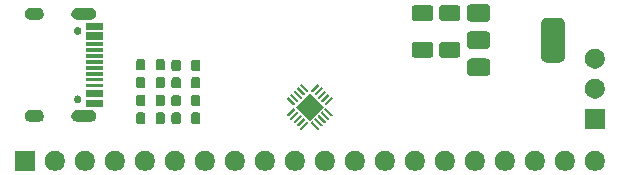
<source format=gts>
G04 #@! TF.GenerationSoftware,KiCad,Pcbnew,9.0.3*
G04 #@! TF.CreationDate,2025-08-03T15:25:39-04:00*
G04 #@! TF.ProjectId,CH32V003F4U6,43483332-5630-4303-9346-3455362e6b69,rev?*
G04 #@! TF.SameCoordinates,Original*
G04 #@! TF.FileFunction,Soldermask,Top*
G04 #@! TF.FilePolarity,Negative*
%FSLAX46Y46*%
G04 Gerber Fmt 4.6, Leading zero omitted, Abs format (unit mm)*
G04 Created by KiCad (PCBNEW 9.0.3) date 2025-08-03 15:25:39*
%MOMM*%
%LPD*%
G01*
G04 APERTURE LIST*
G04 APERTURE END LIST*
G36*
X129882000Y-128866000D02*
G01*
X128182000Y-128866000D01*
X128182000Y-127166000D01*
X129882000Y-127166000D01*
X129882000Y-128866000D01*
G37*
G36*
X131818742Y-127202601D02*
G01*
X131972687Y-127266367D01*
X132111234Y-127358941D01*
X132229059Y-127476766D01*
X132321633Y-127615313D01*
X132385399Y-127769258D01*
X132417907Y-127932685D01*
X132417907Y-128099315D01*
X132385399Y-128262742D01*
X132321633Y-128416687D01*
X132229059Y-128555234D01*
X132111234Y-128673059D01*
X131972687Y-128765633D01*
X131818742Y-128829399D01*
X131655315Y-128861907D01*
X131488685Y-128861907D01*
X131325258Y-128829399D01*
X131171313Y-128765633D01*
X131032766Y-128673059D01*
X130914941Y-128555234D01*
X130822367Y-128416687D01*
X130758601Y-128262742D01*
X130726093Y-128099315D01*
X130726093Y-127932685D01*
X130758601Y-127769258D01*
X130822367Y-127615313D01*
X130914941Y-127476766D01*
X131032766Y-127358941D01*
X131171313Y-127266367D01*
X131325258Y-127202601D01*
X131488685Y-127170093D01*
X131655315Y-127170093D01*
X131818742Y-127202601D01*
G37*
G36*
X134358742Y-127202601D02*
G01*
X134512687Y-127266367D01*
X134651234Y-127358941D01*
X134769059Y-127476766D01*
X134861633Y-127615313D01*
X134925399Y-127769258D01*
X134957907Y-127932685D01*
X134957907Y-128099315D01*
X134925399Y-128262742D01*
X134861633Y-128416687D01*
X134769059Y-128555234D01*
X134651234Y-128673059D01*
X134512687Y-128765633D01*
X134358742Y-128829399D01*
X134195315Y-128861907D01*
X134028685Y-128861907D01*
X133865258Y-128829399D01*
X133711313Y-128765633D01*
X133572766Y-128673059D01*
X133454941Y-128555234D01*
X133362367Y-128416687D01*
X133298601Y-128262742D01*
X133266093Y-128099315D01*
X133266093Y-127932685D01*
X133298601Y-127769258D01*
X133362367Y-127615313D01*
X133454941Y-127476766D01*
X133572766Y-127358941D01*
X133711313Y-127266367D01*
X133865258Y-127202601D01*
X134028685Y-127170093D01*
X134195315Y-127170093D01*
X134358742Y-127202601D01*
G37*
G36*
X136898742Y-127202601D02*
G01*
X137052687Y-127266367D01*
X137191234Y-127358941D01*
X137309059Y-127476766D01*
X137401633Y-127615313D01*
X137465399Y-127769258D01*
X137497907Y-127932685D01*
X137497907Y-128099315D01*
X137465399Y-128262742D01*
X137401633Y-128416687D01*
X137309059Y-128555234D01*
X137191234Y-128673059D01*
X137052687Y-128765633D01*
X136898742Y-128829399D01*
X136735315Y-128861907D01*
X136568685Y-128861907D01*
X136405258Y-128829399D01*
X136251313Y-128765633D01*
X136112766Y-128673059D01*
X135994941Y-128555234D01*
X135902367Y-128416687D01*
X135838601Y-128262742D01*
X135806093Y-128099315D01*
X135806093Y-127932685D01*
X135838601Y-127769258D01*
X135902367Y-127615313D01*
X135994941Y-127476766D01*
X136112766Y-127358941D01*
X136251313Y-127266367D01*
X136405258Y-127202601D01*
X136568685Y-127170093D01*
X136735315Y-127170093D01*
X136898742Y-127202601D01*
G37*
G36*
X139438742Y-127202601D02*
G01*
X139592687Y-127266367D01*
X139731234Y-127358941D01*
X139849059Y-127476766D01*
X139941633Y-127615313D01*
X140005399Y-127769258D01*
X140037907Y-127932685D01*
X140037907Y-128099315D01*
X140005399Y-128262742D01*
X139941633Y-128416687D01*
X139849059Y-128555234D01*
X139731234Y-128673059D01*
X139592687Y-128765633D01*
X139438742Y-128829399D01*
X139275315Y-128861907D01*
X139108685Y-128861907D01*
X138945258Y-128829399D01*
X138791313Y-128765633D01*
X138652766Y-128673059D01*
X138534941Y-128555234D01*
X138442367Y-128416687D01*
X138378601Y-128262742D01*
X138346093Y-128099315D01*
X138346093Y-127932685D01*
X138378601Y-127769258D01*
X138442367Y-127615313D01*
X138534941Y-127476766D01*
X138652766Y-127358941D01*
X138791313Y-127266367D01*
X138945258Y-127202601D01*
X139108685Y-127170093D01*
X139275315Y-127170093D01*
X139438742Y-127202601D01*
G37*
G36*
X141978742Y-127202601D02*
G01*
X142132687Y-127266367D01*
X142271234Y-127358941D01*
X142389059Y-127476766D01*
X142481633Y-127615313D01*
X142545399Y-127769258D01*
X142577907Y-127932685D01*
X142577907Y-128099315D01*
X142545399Y-128262742D01*
X142481633Y-128416687D01*
X142389059Y-128555234D01*
X142271234Y-128673059D01*
X142132687Y-128765633D01*
X141978742Y-128829399D01*
X141815315Y-128861907D01*
X141648685Y-128861907D01*
X141485258Y-128829399D01*
X141331313Y-128765633D01*
X141192766Y-128673059D01*
X141074941Y-128555234D01*
X140982367Y-128416687D01*
X140918601Y-128262742D01*
X140886093Y-128099315D01*
X140886093Y-127932685D01*
X140918601Y-127769258D01*
X140982367Y-127615313D01*
X141074941Y-127476766D01*
X141192766Y-127358941D01*
X141331313Y-127266367D01*
X141485258Y-127202601D01*
X141648685Y-127170093D01*
X141815315Y-127170093D01*
X141978742Y-127202601D01*
G37*
G36*
X144518742Y-127202601D02*
G01*
X144672687Y-127266367D01*
X144811234Y-127358941D01*
X144929059Y-127476766D01*
X145021633Y-127615313D01*
X145085399Y-127769258D01*
X145117907Y-127932685D01*
X145117907Y-128099315D01*
X145085399Y-128262742D01*
X145021633Y-128416687D01*
X144929059Y-128555234D01*
X144811234Y-128673059D01*
X144672687Y-128765633D01*
X144518742Y-128829399D01*
X144355315Y-128861907D01*
X144188685Y-128861907D01*
X144025258Y-128829399D01*
X143871313Y-128765633D01*
X143732766Y-128673059D01*
X143614941Y-128555234D01*
X143522367Y-128416687D01*
X143458601Y-128262742D01*
X143426093Y-128099315D01*
X143426093Y-127932685D01*
X143458601Y-127769258D01*
X143522367Y-127615313D01*
X143614941Y-127476766D01*
X143732766Y-127358941D01*
X143871313Y-127266367D01*
X144025258Y-127202601D01*
X144188685Y-127170093D01*
X144355315Y-127170093D01*
X144518742Y-127202601D01*
G37*
G36*
X147058742Y-127202601D02*
G01*
X147212687Y-127266367D01*
X147351234Y-127358941D01*
X147469059Y-127476766D01*
X147561633Y-127615313D01*
X147625399Y-127769258D01*
X147657907Y-127932685D01*
X147657907Y-128099315D01*
X147625399Y-128262742D01*
X147561633Y-128416687D01*
X147469059Y-128555234D01*
X147351234Y-128673059D01*
X147212687Y-128765633D01*
X147058742Y-128829399D01*
X146895315Y-128861907D01*
X146728685Y-128861907D01*
X146565258Y-128829399D01*
X146411313Y-128765633D01*
X146272766Y-128673059D01*
X146154941Y-128555234D01*
X146062367Y-128416687D01*
X145998601Y-128262742D01*
X145966093Y-128099315D01*
X145966093Y-127932685D01*
X145998601Y-127769258D01*
X146062367Y-127615313D01*
X146154941Y-127476766D01*
X146272766Y-127358941D01*
X146411313Y-127266367D01*
X146565258Y-127202601D01*
X146728685Y-127170093D01*
X146895315Y-127170093D01*
X147058742Y-127202601D01*
G37*
G36*
X149598742Y-127202601D02*
G01*
X149752687Y-127266367D01*
X149891234Y-127358941D01*
X150009059Y-127476766D01*
X150101633Y-127615313D01*
X150165399Y-127769258D01*
X150197907Y-127932685D01*
X150197907Y-128099315D01*
X150165399Y-128262742D01*
X150101633Y-128416687D01*
X150009059Y-128555234D01*
X149891234Y-128673059D01*
X149752687Y-128765633D01*
X149598742Y-128829399D01*
X149435315Y-128861907D01*
X149268685Y-128861907D01*
X149105258Y-128829399D01*
X148951313Y-128765633D01*
X148812766Y-128673059D01*
X148694941Y-128555234D01*
X148602367Y-128416687D01*
X148538601Y-128262742D01*
X148506093Y-128099315D01*
X148506093Y-127932685D01*
X148538601Y-127769258D01*
X148602367Y-127615313D01*
X148694941Y-127476766D01*
X148812766Y-127358941D01*
X148951313Y-127266367D01*
X149105258Y-127202601D01*
X149268685Y-127170093D01*
X149435315Y-127170093D01*
X149598742Y-127202601D01*
G37*
G36*
X152138742Y-127202601D02*
G01*
X152292687Y-127266367D01*
X152431234Y-127358941D01*
X152549059Y-127476766D01*
X152641633Y-127615313D01*
X152705399Y-127769258D01*
X152737907Y-127932685D01*
X152737907Y-128099315D01*
X152705399Y-128262742D01*
X152641633Y-128416687D01*
X152549059Y-128555234D01*
X152431234Y-128673059D01*
X152292687Y-128765633D01*
X152138742Y-128829399D01*
X151975315Y-128861907D01*
X151808685Y-128861907D01*
X151645258Y-128829399D01*
X151491313Y-128765633D01*
X151352766Y-128673059D01*
X151234941Y-128555234D01*
X151142367Y-128416687D01*
X151078601Y-128262742D01*
X151046093Y-128099315D01*
X151046093Y-127932685D01*
X151078601Y-127769258D01*
X151142367Y-127615313D01*
X151234941Y-127476766D01*
X151352766Y-127358941D01*
X151491313Y-127266367D01*
X151645258Y-127202601D01*
X151808685Y-127170093D01*
X151975315Y-127170093D01*
X152138742Y-127202601D01*
G37*
G36*
X154678742Y-127202601D02*
G01*
X154832687Y-127266367D01*
X154971234Y-127358941D01*
X155089059Y-127476766D01*
X155181633Y-127615313D01*
X155245399Y-127769258D01*
X155277907Y-127932685D01*
X155277907Y-128099315D01*
X155245399Y-128262742D01*
X155181633Y-128416687D01*
X155089059Y-128555234D01*
X154971234Y-128673059D01*
X154832687Y-128765633D01*
X154678742Y-128829399D01*
X154515315Y-128861907D01*
X154348685Y-128861907D01*
X154185258Y-128829399D01*
X154031313Y-128765633D01*
X153892766Y-128673059D01*
X153774941Y-128555234D01*
X153682367Y-128416687D01*
X153618601Y-128262742D01*
X153586093Y-128099315D01*
X153586093Y-127932685D01*
X153618601Y-127769258D01*
X153682367Y-127615313D01*
X153774941Y-127476766D01*
X153892766Y-127358941D01*
X154031313Y-127266367D01*
X154185258Y-127202601D01*
X154348685Y-127170093D01*
X154515315Y-127170093D01*
X154678742Y-127202601D01*
G37*
G36*
X157218742Y-127202601D02*
G01*
X157372687Y-127266367D01*
X157511234Y-127358941D01*
X157629059Y-127476766D01*
X157721633Y-127615313D01*
X157785399Y-127769258D01*
X157817907Y-127932685D01*
X157817907Y-128099315D01*
X157785399Y-128262742D01*
X157721633Y-128416687D01*
X157629059Y-128555234D01*
X157511234Y-128673059D01*
X157372687Y-128765633D01*
X157218742Y-128829399D01*
X157055315Y-128861907D01*
X156888685Y-128861907D01*
X156725258Y-128829399D01*
X156571313Y-128765633D01*
X156432766Y-128673059D01*
X156314941Y-128555234D01*
X156222367Y-128416687D01*
X156158601Y-128262742D01*
X156126093Y-128099315D01*
X156126093Y-127932685D01*
X156158601Y-127769258D01*
X156222367Y-127615313D01*
X156314941Y-127476766D01*
X156432766Y-127358941D01*
X156571313Y-127266367D01*
X156725258Y-127202601D01*
X156888685Y-127170093D01*
X157055315Y-127170093D01*
X157218742Y-127202601D01*
G37*
G36*
X159758742Y-127202601D02*
G01*
X159912687Y-127266367D01*
X160051234Y-127358941D01*
X160169059Y-127476766D01*
X160261633Y-127615313D01*
X160325399Y-127769258D01*
X160357907Y-127932685D01*
X160357907Y-128099315D01*
X160325399Y-128262742D01*
X160261633Y-128416687D01*
X160169059Y-128555234D01*
X160051234Y-128673059D01*
X159912687Y-128765633D01*
X159758742Y-128829399D01*
X159595315Y-128861907D01*
X159428685Y-128861907D01*
X159265258Y-128829399D01*
X159111313Y-128765633D01*
X158972766Y-128673059D01*
X158854941Y-128555234D01*
X158762367Y-128416687D01*
X158698601Y-128262742D01*
X158666093Y-128099315D01*
X158666093Y-127932685D01*
X158698601Y-127769258D01*
X158762367Y-127615313D01*
X158854941Y-127476766D01*
X158972766Y-127358941D01*
X159111313Y-127266367D01*
X159265258Y-127202601D01*
X159428685Y-127170093D01*
X159595315Y-127170093D01*
X159758742Y-127202601D01*
G37*
G36*
X162298742Y-127202601D02*
G01*
X162452687Y-127266367D01*
X162591234Y-127358941D01*
X162709059Y-127476766D01*
X162801633Y-127615313D01*
X162865399Y-127769258D01*
X162897907Y-127932685D01*
X162897907Y-128099315D01*
X162865399Y-128262742D01*
X162801633Y-128416687D01*
X162709059Y-128555234D01*
X162591234Y-128673059D01*
X162452687Y-128765633D01*
X162298742Y-128829399D01*
X162135315Y-128861907D01*
X161968685Y-128861907D01*
X161805258Y-128829399D01*
X161651313Y-128765633D01*
X161512766Y-128673059D01*
X161394941Y-128555234D01*
X161302367Y-128416687D01*
X161238601Y-128262742D01*
X161206093Y-128099315D01*
X161206093Y-127932685D01*
X161238601Y-127769258D01*
X161302367Y-127615313D01*
X161394941Y-127476766D01*
X161512766Y-127358941D01*
X161651313Y-127266367D01*
X161805258Y-127202601D01*
X161968685Y-127170093D01*
X162135315Y-127170093D01*
X162298742Y-127202601D01*
G37*
G36*
X164838742Y-127202601D02*
G01*
X164992687Y-127266367D01*
X165131234Y-127358941D01*
X165249059Y-127476766D01*
X165341633Y-127615313D01*
X165405399Y-127769258D01*
X165437907Y-127932685D01*
X165437907Y-128099315D01*
X165405399Y-128262742D01*
X165341633Y-128416687D01*
X165249059Y-128555234D01*
X165131234Y-128673059D01*
X164992687Y-128765633D01*
X164838742Y-128829399D01*
X164675315Y-128861907D01*
X164508685Y-128861907D01*
X164345258Y-128829399D01*
X164191313Y-128765633D01*
X164052766Y-128673059D01*
X163934941Y-128555234D01*
X163842367Y-128416687D01*
X163778601Y-128262742D01*
X163746093Y-128099315D01*
X163746093Y-127932685D01*
X163778601Y-127769258D01*
X163842367Y-127615313D01*
X163934941Y-127476766D01*
X164052766Y-127358941D01*
X164191313Y-127266367D01*
X164345258Y-127202601D01*
X164508685Y-127170093D01*
X164675315Y-127170093D01*
X164838742Y-127202601D01*
G37*
G36*
X167378742Y-127202601D02*
G01*
X167532687Y-127266367D01*
X167671234Y-127358941D01*
X167789059Y-127476766D01*
X167881633Y-127615313D01*
X167945399Y-127769258D01*
X167977907Y-127932685D01*
X167977907Y-128099315D01*
X167945399Y-128262742D01*
X167881633Y-128416687D01*
X167789059Y-128555234D01*
X167671234Y-128673059D01*
X167532687Y-128765633D01*
X167378742Y-128829399D01*
X167215315Y-128861907D01*
X167048685Y-128861907D01*
X166885258Y-128829399D01*
X166731313Y-128765633D01*
X166592766Y-128673059D01*
X166474941Y-128555234D01*
X166382367Y-128416687D01*
X166318601Y-128262742D01*
X166286093Y-128099315D01*
X166286093Y-127932685D01*
X166318601Y-127769258D01*
X166382367Y-127615313D01*
X166474941Y-127476766D01*
X166592766Y-127358941D01*
X166731313Y-127266367D01*
X166885258Y-127202601D01*
X167048685Y-127170093D01*
X167215315Y-127170093D01*
X167378742Y-127202601D01*
G37*
G36*
X169918742Y-127202601D02*
G01*
X170072687Y-127266367D01*
X170211234Y-127358941D01*
X170329059Y-127476766D01*
X170421633Y-127615313D01*
X170485399Y-127769258D01*
X170517907Y-127932685D01*
X170517907Y-128099315D01*
X170485399Y-128262742D01*
X170421633Y-128416687D01*
X170329059Y-128555234D01*
X170211234Y-128673059D01*
X170072687Y-128765633D01*
X169918742Y-128829399D01*
X169755315Y-128861907D01*
X169588685Y-128861907D01*
X169425258Y-128829399D01*
X169271313Y-128765633D01*
X169132766Y-128673059D01*
X169014941Y-128555234D01*
X168922367Y-128416687D01*
X168858601Y-128262742D01*
X168826093Y-128099315D01*
X168826093Y-127932685D01*
X168858601Y-127769258D01*
X168922367Y-127615313D01*
X169014941Y-127476766D01*
X169132766Y-127358941D01*
X169271313Y-127266367D01*
X169425258Y-127202601D01*
X169588685Y-127170093D01*
X169755315Y-127170093D01*
X169918742Y-127202601D01*
G37*
G36*
X172458742Y-127202601D02*
G01*
X172612687Y-127266367D01*
X172751234Y-127358941D01*
X172869059Y-127476766D01*
X172961633Y-127615313D01*
X173025399Y-127769258D01*
X173057907Y-127932685D01*
X173057907Y-128099315D01*
X173025399Y-128262742D01*
X172961633Y-128416687D01*
X172869059Y-128555234D01*
X172751234Y-128673059D01*
X172612687Y-128765633D01*
X172458742Y-128829399D01*
X172295315Y-128861907D01*
X172128685Y-128861907D01*
X171965258Y-128829399D01*
X171811313Y-128765633D01*
X171672766Y-128673059D01*
X171554941Y-128555234D01*
X171462367Y-128416687D01*
X171398601Y-128262742D01*
X171366093Y-128099315D01*
X171366093Y-127932685D01*
X171398601Y-127769258D01*
X171462367Y-127615313D01*
X171554941Y-127476766D01*
X171672766Y-127358941D01*
X171811313Y-127266367D01*
X171965258Y-127202601D01*
X172128685Y-127170093D01*
X172295315Y-127170093D01*
X172458742Y-127202601D01*
G37*
G36*
X174998742Y-127202601D02*
G01*
X175152687Y-127266367D01*
X175291234Y-127358941D01*
X175409059Y-127476766D01*
X175501633Y-127615313D01*
X175565399Y-127769258D01*
X175597907Y-127932685D01*
X175597907Y-128099315D01*
X175565399Y-128262742D01*
X175501633Y-128416687D01*
X175409059Y-128555234D01*
X175291234Y-128673059D01*
X175152687Y-128765633D01*
X174998742Y-128829399D01*
X174835315Y-128861907D01*
X174668685Y-128861907D01*
X174505258Y-128829399D01*
X174351313Y-128765633D01*
X174212766Y-128673059D01*
X174094941Y-128555234D01*
X174002367Y-128416687D01*
X173938601Y-128262742D01*
X173906093Y-128099315D01*
X173906093Y-127932685D01*
X173938601Y-127769258D01*
X174002367Y-127615313D01*
X174094941Y-127476766D01*
X174212766Y-127358941D01*
X174351313Y-127266367D01*
X174505258Y-127202601D01*
X174668685Y-127170093D01*
X174835315Y-127170093D01*
X174998742Y-127202601D01*
G37*
G36*
X177538742Y-127202601D02*
G01*
X177692687Y-127266367D01*
X177831234Y-127358941D01*
X177949059Y-127476766D01*
X178041633Y-127615313D01*
X178105399Y-127769258D01*
X178137907Y-127932685D01*
X178137907Y-128099315D01*
X178105399Y-128262742D01*
X178041633Y-128416687D01*
X177949059Y-128555234D01*
X177831234Y-128673059D01*
X177692687Y-128765633D01*
X177538742Y-128829399D01*
X177375315Y-128861907D01*
X177208685Y-128861907D01*
X177045258Y-128829399D01*
X176891313Y-128765633D01*
X176752766Y-128673059D01*
X176634941Y-128555234D01*
X176542367Y-128416687D01*
X176478601Y-128262742D01*
X176446093Y-128099315D01*
X176446093Y-127932685D01*
X176478601Y-127769258D01*
X176542367Y-127615313D01*
X176634941Y-127476766D01*
X176752766Y-127358941D01*
X176891313Y-127266367D01*
X177045258Y-127202601D01*
X177208685Y-127170093D01*
X177375315Y-127170093D01*
X177538742Y-127202601D01*
G37*
G36*
X152951325Y-124688276D02*
G01*
X152967546Y-124699114D01*
X153038257Y-124769825D01*
X153049095Y-124786046D01*
X153052901Y-124805180D01*
X153049095Y-124824315D01*
X153038257Y-124840536D01*
X152507927Y-125370866D01*
X152491706Y-125381704D01*
X152472571Y-125385510D01*
X152453437Y-125381704D01*
X152437216Y-125370866D01*
X152366505Y-125300155D01*
X152355667Y-125283934D01*
X152351861Y-125264800D01*
X152355667Y-125245665D01*
X152366505Y-125229444D01*
X152896835Y-124699114D01*
X152913056Y-124688276D01*
X152932191Y-124684470D01*
X152951325Y-124688276D01*
G37*
G36*
X153410944Y-124688276D02*
G01*
X153427165Y-124699114D01*
X153957495Y-125229444D01*
X153968333Y-125245665D01*
X153972139Y-125264800D01*
X153968333Y-125283934D01*
X153957495Y-125300155D01*
X153886784Y-125370866D01*
X153870563Y-125381704D01*
X153851429Y-125385510D01*
X153832294Y-125381704D01*
X153816073Y-125370866D01*
X153285743Y-124840536D01*
X153274905Y-124824315D01*
X153271099Y-124805180D01*
X153274905Y-124786046D01*
X153285743Y-124769825D01*
X153321098Y-124734470D01*
X153352273Y-124703294D01*
X153352276Y-124703291D01*
X153356454Y-124699114D01*
X153372675Y-124688276D01*
X153391809Y-124684470D01*
X153410944Y-124688276D01*
G37*
G36*
X178142000Y-125295000D02*
G01*
X176442000Y-125295000D01*
X176442000Y-123595000D01*
X178142000Y-123595000D01*
X178142000Y-125295000D01*
G37*
G36*
X152668482Y-124405434D02*
G01*
X152684703Y-124416272D01*
X152755414Y-124486983D01*
X152766252Y-124503204D01*
X152770058Y-124522338D01*
X152766252Y-124541473D01*
X152755414Y-124557694D01*
X152225084Y-125088024D01*
X152208863Y-125098862D01*
X152189728Y-125102668D01*
X152170594Y-125098862D01*
X152154373Y-125088024D01*
X152083662Y-125017313D01*
X152072824Y-125001092D01*
X152069018Y-124981958D01*
X152072824Y-124962823D01*
X152083662Y-124946602D01*
X152613992Y-124416272D01*
X152630213Y-124405434D01*
X152649348Y-124401628D01*
X152668482Y-124405434D01*
G37*
G36*
X153693787Y-124405434D02*
G01*
X153710008Y-124416272D01*
X154240338Y-124946602D01*
X154251176Y-124962823D01*
X154254982Y-124981958D01*
X154251176Y-125001092D01*
X154240338Y-125017313D01*
X154169627Y-125088024D01*
X154153406Y-125098862D01*
X154134272Y-125102668D01*
X154115137Y-125098862D01*
X154098916Y-125088024D01*
X153568586Y-124557694D01*
X153557748Y-124541473D01*
X153553942Y-124522338D01*
X153557748Y-124503204D01*
X153568586Y-124486983D01*
X153599763Y-124455806D01*
X153635116Y-124420452D01*
X153635119Y-124420449D01*
X153639297Y-124416272D01*
X153655518Y-124405434D01*
X153674652Y-124401628D01*
X153693787Y-124405434D01*
G37*
G36*
X139126537Y-123940224D02*
G01*
X139191421Y-123983579D01*
X139234776Y-124048463D01*
X139250000Y-124125000D01*
X139250000Y-124675000D01*
X139234776Y-124751537D01*
X139191421Y-124816421D01*
X139126537Y-124859776D01*
X139050000Y-124875000D01*
X138650000Y-124875000D01*
X138573463Y-124859776D01*
X138508579Y-124816421D01*
X138465224Y-124751537D01*
X138450000Y-124675000D01*
X138450000Y-124125000D01*
X138465224Y-124048463D01*
X138508579Y-123983579D01*
X138573463Y-123940224D01*
X138650000Y-123925000D01*
X139050000Y-123925000D01*
X139126537Y-123940224D01*
G37*
G36*
X140776537Y-123940224D02*
G01*
X140841421Y-123983579D01*
X140884776Y-124048463D01*
X140900000Y-124125000D01*
X140900000Y-124675000D01*
X140884776Y-124751537D01*
X140841421Y-124816421D01*
X140776537Y-124859776D01*
X140700000Y-124875000D01*
X140300000Y-124875000D01*
X140223463Y-124859776D01*
X140158579Y-124816421D01*
X140115224Y-124751537D01*
X140100000Y-124675000D01*
X140100000Y-124125000D01*
X140115224Y-124048463D01*
X140158579Y-123983579D01*
X140223463Y-123940224D01*
X140300000Y-123925000D01*
X140700000Y-123925000D01*
X140776537Y-123940224D01*
G37*
G36*
X142126537Y-123940222D02*
G01*
X142191421Y-123983577D01*
X142234776Y-124048461D01*
X142250000Y-124124998D01*
X142250000Y-124674998D01*
X142234776Y-124751535D01*
X142191421Y-124816419D01*
X142126537Y-124859774D01*
X142050000Y-124874998D01*
X141650000Y-124874998D01*
X141573463Y-124859774D01*
X141508579Y-124816419D01*
X141465224Y-124751535D01*
X141450000Y-124674998D01*
X141450000Y-124124998D01*
X141465224Y-124048461D01*
X141508579Y-123983577D01*
X141573463Y-123940222D01*
X141650000Y-123924998D01*
X142050000Y-123924998D01*
X142126537Y-123940222D01*
G37*
G36*
X143776537Y-123940222D02*
G01*
X143841421Y-123983577D01*
X143884776Y-124048461D01*
X143900000Y-124124998D01*
X143900000Y-124674998D01*
X143884776Y-124751535D01*
X143841421Y-124816419D01*
X143776537Y-124859774D01*
X143700000Y-124874998D01*
X143300000Y-124874998D01*
X143223463Y-124859774D01*
X143158579Y-124816419D01*
X143115224Y-124751535D01*
X143100000Y-124674998D01*
X143100000Y-124124998D01*
X143115224Y-124048461D01*
X143158579Y-123983577D01*
X143223463Y-123940222D01*
X143300000Y-123924998D01*
X143700000Y-123924998D01*
X143776537Y-123940222D01*
G37*
G36*
X152385639Y-124122591D02*
G01*
X152401860Y-124133429D01*
X152472571Y-124204140D01*
X152483409Y-124220361D01*
X152487215Y-124239495D01*
X152483409Y-124258630D01*
X152472571Y-124274851D01*
X151942241Y-124805181D01*
X151926020Y-124816019D01*
X151906885Y-124819825D01*
X151887751Y-124816019D01*
X151871530Y-124805181D01*
X151800819Y-124734470D01*
X151789981Y-124718249D01*
X151786175Y-124699115D01*
X151789981Y-124679980D01*
X151800819Y-124663759D01*
X152331149Y-124133429D01*
X152347370Y-124122591D01*
X152366505Y-124118785D01*
X152385639Y-124122591D01*
G37*
G36*
X153976630Y-124122591D02*
G01*
X153992851Y-124133429D01*
X154523181Y-124663759D01*
X154534019Y-124679980D01*
X154537825Y-124699115D01*
X154534019Y-124718249D01*
X154523181Y-124734470D01*
X154452470Y-124805181D01*
X154436249Y-124816019D01*
X154417115Y-124819825D01*
X154397980Y-124816019D01*
X154381759Y-124805181D01*
X153851429Y-124274851D01*
X153840591Y-124258630D01*
X153836785Y-124239495D01*
X153840591Y-124220361D01*
X153851429Y-124204140D01*
X153882606Y-124172963D01*
X153917959Y-124137609D01*
X153917962Y-124137606D01*
X153922140Y-124133429D01*
X153938361Y-124122591D01*
X153957495Y-124118785D01*
X153976630Y-124122591D01*
G37*
G36*
X130215263Y-123724278D02*
G01*
X130341342Y-123758060D01*
X130454381Y-123823323D01*
X130546677Y-123915619D01*
X130611940Y-124028658D01*
X130645722Y-124154737D01*
X130645722Y-124285263D01*
X130611940Y-124411342D01*
X130546677Y-124524381D01*
X130454381Y-124616677D01*
X130341342Y-124681940D01*
X130215263Y-124715722D01*
X130150000Y-124720000D01*
X130148029Y-124720000D01*
X129551971Y-124720000D01*
X129550000Y-124720000D01*
X129484737Y-124715722D01*
X129358658Y-124681940D01*
X129245619Y-124616677D01*
X129153323Y-124524381D01*
X129088060Y-124411342D01*
X129054278Y-124285263D01*
X129054278Y-124154737D01*
X129088060Y-124028658D01*
X129153323Y-123915619D01*
X129245619Y-123823323D01*
X129358658Y-123758060D01*
X129484737Y-123724278D01*
X129550000Y-123720000D01*
X130150000Y-123720000D01*
X130215263Y-123724278D01*
G37*
G36*
X134645263Y-123724278D02*
G01*
X134771342Y-123758060D01*
X134884381Y-123823323D01*
X134976677Y-123915619D01*
X135041940Y-124028658D01*
X135075722Y-124154737D01*
X135075722Y-124285263D01*
X135041940Y-124411342D01*
X134976677Y-124524381D01*
X134884381Y-124616677D01*
X134771342Y-124681940D01*
X134645263Y-124715722D01*
X134580000Y-124720000D01*
X134578029Y-124720000D01*
X133481971Y-124720000D01*
X133480000Y-124720000D01*
X133414737Y-124715722D01*
X133288658Y-124681940D01*
X133175619Y-124616677D01*
X133083323Y-124524381D01*
X133018060Y-124411342D01*
X132984278Y-124285263D01*
X132984278Y-124154737D01*
X133018060Y-124028658D01*
X133083323Y-123915619D01*
X133175619Y-123823323D01*
X133288658Y-123758060D01*
X133414737Y-123724278D01*
X133480000Y-123720000D01*
X134580000Y-123720000D01*
X134645263Y-123724278D01*
G37*
G36*
X154328726Y-123444000D02*
G01*
X153162000Y-124610726D01*
X151995274Y-123444000D01*
X152847121Y-122592153D01*
X153157823Y-122281450D01*
X153157826Y-122281447D01*
X153162000Y-122277274D01*
X154328726Y-123444000D01*
G37*
G36*
X152102796Y-123839748D02*
G01*
X152119017Y-123850586D01*
X152189728Y-123921297D01*
X152200566Y-123937518D01*
X152204372Y-123956652D01*
X152200566Y-123975787D01*
X152189728Y-123992008D01*
X151659398Y-124522338D01*
X151643177Y-124533176D01*
X151624042Y-124536982D01*
X151604908Y-124533176D01*
X151588687Y-124522338D01*
X151517976Y-124451627D01*
X151507138Y-124435406D01*
X151503332Y-124416272D01*
X151507138Y-124397137D01*
X151517976Y-124380916D01*
X152048306Y-123850586D01*
X152064527Y-123839748D01*
X152083662Y-123835942D01*
X152102796Y-123839748D01*
G37*
G36*
X154259473Y-123839748D02*
G01*
X154275694Y-123850586D01*
X154806024Y-124380916D01*
X154816862Y-124397137D01*
X154820668Y-124416272D01*
X154816862Y-124435406D01*
X154806024Y-124451627D01*
X154735313Y-124522338D01*
X154719092Y-124533176D01*
X154699958Y-124536982D01*
X154680823Y-124533176D01*
X154664602Y-124522338D01*
X154134272Y-123992008D01*
X154123434Y-123975787D01*
X154119628Y-123956652D01*
X154123434Y-123937518D01*
X154134272Y-123921297D01*
X154139950Y-123915619D01*
X154200802Y-123854766D01*
X154200805Y-123854763D01*
X154204983Y-123850586D01*
X154221204Y-123839748D01*
X154240338Y-123835942D01*
X154259473Y-123839748D01*
G37*
G36*
X151819954Y-123556905D02*
G01*
X151836175Y-123567743D01*
X151906886Y-123638454D01*
X151917724Y-123654675D01*
X151921530Y-123673809D01*
X151917724Y-123692944D01*
X151906886Y-123709165D01*
X151376556Y-124239495D01*
X151360335Y-124250333D01*
X151341200Y-124254139D01*
X151322066Y-124250333D01*
X151305845Y-124239495D01*
X151235134Y-124168784D01*
X151224296Y-124152563D01*
X151220490Y-124133429D01*
X151224296Y-124114294D01*
X151235134Y-124098073D01*
X151765464Y-123567743D01*
X151781685Y-123556905D01*
X151800820Y-123553099D01*
X151819954Y-123556905D01*
G37*
G36*
X154542315Y-123556905D02*
G01*
X154558536Y-123567743D01*
X155088866Y-124098073D01*
X155099704Y-124114294D01*
X155103510Y-124133429D01*
X155099704Y-124152563D01*
X155088866Y-124168784D01*
X155018155Y-124239495D01*
X155001934Y-124250333D01*
X154982800Y-124254139D01*
X154963665Y-124250333D01*
X154947444Y-124239495D01*
X154417114Y-123709165D01*
X154406276Y-123692944D01*
X154402470Y-123673809D01*
X154406276Y-123654675D01*
X154417114Y-123638454D01*
X154421295Y-123634273D01*
X154483644Y-123571923D01*
X154483647Y-123571920D01*
X154487825Y-123567743D01*
X154504046Y-123556905D01*
X154523180Y-123553099D01*
X154542315Y-123556905D01*
G37*
G36*
X135670000Y-123450000D02*
G01*
X134220000Y-123450000D01*
X134220000Y-122850000D01*
X135670000Y-122850000D01*
X135670000Y-123450000D01*
G37*
G36*
X142126537Y-122449192D02*
G01*
X142191421Y-122492547D01*
X142234776Y-122557431D01*
X142250000Y-122633968D01*
X142250000Y-123183968D01*
X142234776Y-123260505D01*
X142191421Y-123325389D01*
X142126537Y-123368744D01*
X142050000Y-123383968D01*
X141650000Y-123383968D01*
X141573463Y-123368744D01*
X141508579Y-123325389D01*
X141465224Y-123260505D01*
X141450000Y-123183968D01*
X141450000Y-122633968D01*
X141465224Y-122557431D01*
X141508579Y-122492547D01*
X141573463Y-122449192D01*
X141650000Y-122433968D01*
X142050000Y-122433968D01*
X142126537Y-122449192D01*
G37*
G36*
X143776537Y-122449192D02*
G01*
X143841421Y-122492547D01*
X143884776Y-122557431D01*
X143900000Y-122633968D01*
X143900000Y-123183968D01*
X143884776Y-123260505D01*
X143841421Y-123325389D01*
X143776537Y-123368744D01*
X143700000Y-123383968D01*
X143300000Y-123383968D01*
X143223463Y-123368744D01*
X143158579Y-123325389D01*
X143115224Y-123260505D01*
X143100000Y-123183968D01*
X143100000Y-122633968D01*
X143115224Y-122557431D01*
X143158579Y-122492547D01*
X143223463Y-122449192D01*
X143300000Y-122433968D01*
X143700000Y-122433968D01*
X143776537Y-122449192D01*
G37*
G36*
X139126537Y-122440224D02*
G01*
X139191421Y-122483579D01*
X139234776Y-122548463D01*
X139250000Y-122625000D01*
X139250000Y-123175000D01*
X139234776Y-123251537D01*
X139191421Y-123316421D01*
X139126537Y-123359776D01*
X139050000Y-123375000D01*
X138650000Y-123375000D01*
X138573463Y-123359776D01*
X138508579Y-123316421D01*
X138465224Y-123251537D01*
X138450000Y-123175000D01*
X138450000Y-122625000D01*
X138465224Y-122548463D01*
X138508579Y-122483579D01*
X138573463Y-122440224D01*
X138650000Y-122425000D01*
X139050000Y-122425000D01*
X139126537Y-122440224D01*
G37*
G36*
X140776537Y-122440224D02*
G01*
X140841421Y-122483579D01*
X140884776Y-122548463D01*
X140900000Y-122625000D01*
X140900000Y-123175000D01*
X140884776Y-123251537D01*
X140841421Y-123316421D01*
X140776537Y-123359776D01*
X140700000Y-123375000D01*
X140300000Y-123375000D01*
X140223463Y-123359776D01*
X140158579Y-123316421D01*
X140115224Y-123251537D01*
X140100000Y-123175000D01*
X140100000Y-122625000D01*
X140115224Y-122548463D01*
X140158579Y-122483579D01*
X140223463Y-122440224D01*
X140300000Y-122425000D01*
X140700000Y-122425000D01*
X140776537Y-122440224D01*
G37*
G36*
X151360335Y-122637667D02*
G01*
X151376556Y-122648505D01*
X151906886Y-123178835D01*
X151917724Y-123195056D01*
X151921530Y-123214191D01*
X151917724Y-123233325D01*
X151906886Y-123249546D01*
X151836175Y-123320257D01*
X151819954Y-123331095D01*
X151800820Y-123334901D01*
X151781685Y-123331095D01*
X151765464Y-123320257D01*
X151235134Y-122789927D01*
X151224296Y-122773706D01*
X151220490Y-122754571D01*
X151224296Y-122735437D01*
X151235134Y-122719216D01*
X151266311Y-122688039D01*
X151301664Y-122652685D01*
X151301667Y-122652682D01*
X151305845Y-122648505D01*
X151322066Y-122637667D01*
X151341200Y-122633861D01*
X151360335Y-122637667D01*
G37*
G36*
X155001934Y-122637667D02*
G01*
X155018155Y-122648505D01*
X155088866Y-122719216D01*
X155099704Y-122735437D01*
X155103510Y-122754571D01*
X155099704Y-122773706D01*
X155088866Y-122789927D01*
X154558536Y-123320257D01*
X154542315Y-123331095D01*
X154523180Y-123334901D01*
X154504046Y-123331095D01*
X154487825Y-123320257D01*
X154417114Y-123249546D01*
X154406276Y-123233325D01*
X154402470Y-123214191D01*
X154406276Y-123195056D01*
X154417114Y-123178835D01*
X154947444Y-122648505D01*
X154963665Y-122637667D01*
X154982800Y-122633861D01*
X155001934Y-122637667D01*
G37*
G36*
X133624372Y-122489739D02*
G01*
X133697847Y-122532160D01*
X133757840Y-122592153D01*
X133800261Y-122665628D01*
X133822220Y-122747579D01*
X133822220Y-122832421D01*
X133800261Y-122914372D01*
X133757840Y-122987847D01*
X133697847Y-123047840D01*
X133624372Y-123090261D01*
X133542421Y-123112220D01*
X133457579Y-123112220D01*
X133375628Y-123090261D01*
X133302153Y-123047840D01*
X133242160Y-122987847D01*
X133199739Y-122914372D01*
X133177780Y-122832421D01*
X133177780Y-122747579D01*
X133199739Y-122665628D01*
X133242160Y-122592153D01*
X133302153Y-122532160D01*
X133375628Y-122489739D01*
X133457579Y-122467780D01*
X133542421Y-122467780D01*
X133624372Y-122489739D01*
G37*
G36*
X151643177Y-122354824D02*
G01*
X151659398Y-122365662D01*
X152189728Y-122895992D01*
X152200566Y-122912213D01*
X152204372Y-122931348D01*
X152200566Y-122950482D01*
X152189728Y-122966703D01*
X152119017Y-123037414D01*
X152102796Y-123048252D01*
X152083662Y-123052058D01*
X152064527Y-123048252D01*
X152048306Y-123037414D01*
X151517976Y-122507084D01*
X151507138Y-122490863D01*
X151503332Y-122471728D01*
X151507138Y-122452594D01*
X151517976Y-122436373D01*
X151549153Y-122405196D01*
X151584506Y-122369842D01*
X151584509Y-122369839D01*
X151588687Y-122365662D01*
X151604908Y-122354824D01*
X151624042Y-122351018D01*
X151643177Y-122354824D01*
G37*
G36*
X154719092Y-122354824D02*
G01*
X154735313Y-122365662D01*
X154806024Y-122436373D01*
X154816862Y-122452594D01*
X154820668Y-122471728D01*
X154816862Y-122490863D01*
X154806024Y-122507084D01*
X154275694Y-123037414D01*
X154259473Y-123048252D01*
X154240338Y-123052058D01*
X154221204Y-123048252D01*
X154204983Y-123037414D01*
X154134272Y-122966703D01*
X154123434Y-122950482D01*
X154119628Y-122931348D01*
X154123434Y-122912213D01*
X154134272Y-122895992D01*
X154664602Y-122365662D01*
X154680823Y-122354824D01*
X154699958Y-122351018D01*
X154719092Y-122354824D01*
G37*
G36*
X151926020Y-122071981D02*
G01*
X151942241Y-122082819D01*
X152472571Y-122613149D01*
X152483409Y-122629370D01*
X152487215Y-122648505D01*
X152483409Y-122667639D01*
X152472571Y-122683860D01*
X152401860Y-122754571D01*
X152385639Y-122765409D01*
X152366505Y-122769215D01*
X152347370Y-122765409D01*
X152331149Y-122754571D01*
X151800819Y-122224241D01*
X151789981Y-122208020D01*
X151786175Y-122188885D01*
X151789981Y-122169751D01*
X151800819Y-122153530D01*
X151836174Y-122118175D01*
X151867349Y-122086999D01*
X151867352Y-122086996D01*
X151871530Y-122082819D01*
X151887751Y-122071981D01*
X151906885Y-122068175D01*
X151926020Y-122071981D01*
G37*
G36*
X154436249Y-122071981D02*
G01*
X154452470Y-122082819D01*
X154523181Y-122153530D01*
X154534019Y-122169751D01*
X154537825Y-122188885D01*
X154534019Y-122208020D01*
X154523181Y-122224241D01*
X153992851Y-122754571D01*
X153976630Y-122765409D01*
X153957495Y-122769215D01*
X153938361Y-122765409D01*
X153922140Y-122754571D01*
X153851429Y-122683860D01*
X153840591Y-122667639D01*
X153836785Y-122648505D01*
X153840591Y-122629370D01*
X153851429Y-122613149D01*
X154381759Y-122082819D01*
X154397980Y-122071981D01*
X154417115Y-122068175D01*
X154436249Y-122071981D01*
G37*
G36*
X177538742Y-121091601D02*
G01*
X177692687Y-121155367D01*
X177831234Y-121247941D01*
X177949059Y-121365766D01*
X178041633Y-121504313D01*
X178105399Y-121658258D01*
X178137907Y-121821685D01*
X178137907Y-121988315D01*
X178105399Y-122151742D01*
X178041633Y-122305687D01*
X177949059Y-122444234D01*
X177831234Y-122562059D01*
X177692687Y-122654633D01*
X177538742Y-122718399D01*
X177375315Y-122750907D01*
X177208685Y-122750907D01*
X177045258Y-122718399D01*
X176891313Y-122654633D01*
X176752766Y-122562059D01*
X176634941Y-122444234D01*
X176542367Y-122305687D01*
X176478601Y-122151742D01*
X176446093Y-121988315D01*
X176446093Y-121821685D01*
X176478601Y-121658258D01*
X176542367Y-121504313D01*
X176634941Y-121365766D01*
X176752766Y-121247941D01*
X176891313Y-121155367D01*
X177045258Y-121091601D01*
X177208685Y-121059093D01*
X177375315Y-121059093D01*
X177538742Y-121091601D01*
G37*
G36*
X135670000Y-122650000D02*
G01*
X134220000Y-122650000D01*
X134220000Y-122050000D01*
X135670000Y-122050000D01*
X135670000Y-122650000D01*
G37*
G36*
X152208863Y-121789138D02*
G01*
X152225084Y-121799976D01*
X152755414Y-122330306D01*
X152766252Y-122346527D01*
X152770058Y-122365662D01*
X152766252Y-122384796D01*
X152755414Y-122401017D01*
X152684703Y-122471728D01*
X152668482Y-122482566D01*
X152649348Y-122486372D01*
X152630213Y-122482566D01*
X152613992Y-122471728D01*
X152083662Y-121941398D01*
X152072824Y-121925177D01*
X152069018Y-121906042D01*
X152072824Y-121886908D01*
X152083662Y-121870687D01*
X152104094Y-121850255D01*
X152150192Y-121804156D01*
X152150195Y-121804153D01*
X152154373Y-121799976D01*
X152170594Y-121789138D01*
X152189728Y-121785332D01*
X152208863Y-121789138D01*
G37*
G36*
X154153406Y-121789138D02*
G01*
X154169627Y-121799976D01*
X154240338Y-121870687D01*
X154251176Y-121886908D01*
X154254982Y-121906042D01*
X154251176Y-121925177D01*
X154240338Y-121941398D01*
X153710008Y-122471728D01*
X153693787Y-122482566D01*
X153674652Y-122486372D01*
X153655518Y-122482566D01*
X153639297Y-122471728D01*
X153568586Y-122401017D01*
X153557748Y-122384796D01*
X153553942Y-122365662D01*
X153557748Y-122346527D01*
X153568586Y-122330306D01*
X154098916Y-121799976D01*
X154115137Y-121789138D01*
X154134272Y-121785332D01*
X154153406Y-121789138D01*
G37*
G36*
X152491706Y-121506296D02*
G01*
X152507927Y-121517134D01*
X153038257Y-122047464D01*
X153049095Y-122063685D01*
X153052901Y-122082820D01*
X153049095Y-122101954D01*
X153038257Y-122118175D01*
X152967546Y-122188886D01*
X152951325Y-122199724D01*
X152932191Y-122203530D01*
X152913056Y-122199724D01*
X152896835Y-122188886D01*
X152366505Y-121658556D01*
X152355667Y-121642335D01*
X152351861Y-121623200D01*
X152355667Y-121604066D01*
X152366505Y-121587845D01*
X152370686Y-121583664D01*
X152433035Y-121521314D01*
X152433038Y-121521311D01*
X152437216Y-121517134D01*
X152453437Y-121506296D01*
X152472571Y-121502490D01*
X152491706Y-121506296D01*
G37*
G36*
X153870563Y-121506296D02*
G01*
X153886784Y-121517134D01*
X153957495Y-121587845D01*
X153968333Y-121604066D01*
X153972139Y-121623200D01*
X153968333Y-121642335D01*
X153957495Y-121658556D01*
X153427165Y-122188886D01*
X153410944Y-122199724D01*
X153391809Y-122203530D01*
X153372675Y-122199724D01*
X153356454Y-122188886D01*
X153285743Y-122118175D01*
X153274905Y-122101954D01*
X153271099Y-122082820D01*
X153274905Y-122063685D01*
X153285743Y-122047464D01*
X153816073Y-121517134D01*
X153832294Y-121506296D01*
X153851429Y-121502490D01*
X153870563Y-121506296D01*
G37*
G36*
X142126537Y-120958162D02*
G01*
X142191421Y-121001517D01*
X142234776Y-121066401D01*
X142250000Y-121142938D01*
X142250000Y-121692938D01*
X142234776Y-121769475D01*
X142191421Y-121834359D01*
X142126537Y-121877714D01*
X142050000Y-121892938D01*
X141650000Y-121892938D01*
X141573463Y-121877714D01*
X141508579Y-121834359D01*
X141465224Y-121769475D01*
X141450000Y-121692938D01*
X141450000Y-121142938D01*
X141465224Y-121066401D01*
X141508579Y-121001517D01*
X141573463Y-120958162D01*
X141650000Y-120942938D01*
X142050000Y-120942938D01*
X142126537Y-120958162D01*
G37*
G36*
X143776537Y-120958162D02*
G01*
X143841421Y-121001517D01*
X143884776Y-121066401D01*
X143900000Y-121142938D01*
X143900000Y-121692938D01*
X143884776Y-121769475D01*
X143841421Y-121834359D01*
X143776537Y-121877714D01*
X143700000Y-121892938D01*
X143300000Y-121892938D01*
X143223463Y-121877714D01*
X143158579Y-121834359D01*
X143115224Y-121769475D01*
X143100000Y-121692938D01*
X143100000Y-121142938D01*
X143115224Y-121066401D01*
X143158579Y-121001517D01*
X143223463Y-120958162D01*
X143300000Y-120942938D01*
X143700000Y-120942938D01*
X143776537Y-120958162D01*
G37*
G36*
X139126537Y-120931789D02*
G01*
X139191421Y-120975144D01*
X139234776Y-121040028D01*
X139250000Y-121116565D01*
X139250000Y-121666565D01*
X139234776Y-121743102D01*
X139191421Y-121807986D01*
X139126537Y-121851341D01*
X139050000Y-121866565D01*
X138650000Y-121866565D01*
X138573463Y-121851341D01*
X138508579Y-121807986D01*
X138465224Y-121743102D01*
X138450000Y-121666565D01*
X138450000Y-121116565D01*
X138465224Y-121040028D01*
X138508579Y-120975144D01*
X138573463Y-120931789D01*
X138650000Y-120916565D01*
X139050000Y-120916565D01*
X139126537Y-120931789D01*
G37*
G36*
X140776537Y-120931789D02*
G01*
X140841421Y-120975144D01*
X140884776Y-121040028D01*
X140900000Y-121116565D01*
X140900000Y-121666565D01*
X140884776Y-121743102D01*
X140841421Y-121807986D01*
X140776537Y-121851341D01*
X140700000Y-121866565D01*
X140300000Y-121866565D01*
X140223463Y-121851341D01*
X140158579Y-121807986D01*
X140115224Y-121743102D01*
X140100000Y-121666565D01*
X140100000Y-121116565D01*
X140115224Y-121040028D01*
X140158579Y-120975144D01*
X140223463Y-120931789D01*
X140300000Y-120916565D01*
X140700000Y-120916565D01*
X140776537Y-120931789D01*
G37*
G36*
X135670000Y-121800000D02*
G01*
X134220000Y-121800000D01*
X134220000Y-121500000D01*
X135670000Y-121500000D01*
X135670000Y-121800000D01*
G37*
G36*
X135670000Y-121300000D02*
G01*
X134220000Y-121300000D01*
X134220000Y-121000000D01*
X135670000Y-121000000D01*
X135670000Y-121300000D01*
G37*
G36*
X168080071Y-119350738D02*
G01*
X168142973Y-119356637D01*
X168158968Y-119362234D01*
X168182001Y-119365590D01*
X168215852Y-119382139D01*
X168249909Y-119394056D01*
X168268902Y-119408073D01*
X168292904Y-119419807D01*
X168315730Y-119442633D01*
X168339686Y-119460313D01*
X168357365Y-119484268D01*
X168380193Y-119507096D01*
X168391927Y-119531099D01*
X168405943Y-119550090D01*
X168417858Y-119584142D01*
X168434410Y-119617999D01*
X168437766Y-119641034D01*
X168443362Y-119657026D01*
X168449258Y-119719912D01*
X168450000Y-119725000D01*
X168450000Y-120475000D01*
X168449258Y-120480091D01*
X168443362Y-120542973D01*
X168437766Y-120558963D01*
X168434410Y-120582001D01*
X168417857Y-120615859D01*
X168405943Y-120649909D01*
X168391928Y-120668898D01*
X168380193Y-120692904D01*
X168357362Y-120715734D01*
X168339686Y-120739686D01*
X168315734Y-120757362D01*
X168292904Y-120780193D01*
X168268898Y-120791928D01*
X168249909Y-120805943D01*
X168215859Y-120817857D01*
X168182001Y-120834410D01*
X168158963Y-120837766D01*
X168142973Y-120843362D01*
X168080089Y-120849258D01*
X168075000Y-120850000D01*
X166825000Y-120850000D01*
X166819910Y-120849258D01*
X166757026Y-120843362D01*
X166741034Y-120837766D01*
X166717999Y-120834410D01*
X166684142Y-120817858D01*
X166650090Y-120805943D01*
X166631099Y-120791927D01*
X166607096Y-120780193D01*
X166584268Y-120757365D01*
X166560313Y-120739686D01*
X166542633Y-120715730D01*
X166519807Y-120692904D01*
X166508073Y-120668902D01*
X166494056Y-120649909D01*
X166482139Y-120615852D01*
X166465590Y-120582001D01*
X166462234Y-120558968D01*
X166456637Y-120542973D01*
X166450738Y-120480070D01*
X166450000Y-120475000D01*
X166450000Y-119725000D01*
X166450738Y-119719930D01*
X166456637Y-119657026D01*
X166462234Y-119641029D01*
X166465590Y-119617999D01*
X166482137Y-119584149D01*
X166494056Y-119550090D01*
X166508074Y-119531095D01*
X166519807Y-119507096D01*
X166542630Y-119484272D01*
X166560313Y-119460313D01*
X166584272Y-119442630D01*
X166607096Y-119419807D01*
X166631095Y-119408074D01*
X166650090Y-119394056D01*
X166684149Y-119382137D01*
X166717999Y-119365590D01*
X166741029Y-119362234D01*
X166757026Y-119356637D01*
X166819931Y-119350738D01*
X166825000Y-119350000D01*
X168075000Y-119350000D01*
X168080071Y-119350738D01*
G37*
G36*
X135670000Y-120800000D02*
G01*
X134220000Y-120800000D01*
X134220000Y-120500000D01*
X135670000Y-120500000D01*
X135670000Y-120800000D01*
G37*
G36*
X142126537Y-119467132D02*
G01*
X142191421Y-119510487D01*
X142234776Y-119575371D01*
X142250000Y-119651908D01*
X142250000Y-120201908D01*
X142234776Y-120278445D01*
X142191421Y-120343329D01*
X142126537Y-120386684D01*
X142050000Y-120401908D01*
X141650000Y-120401908D01*
X141573463Y-120386684D01*
X141508579Y-120343329D01*
X141465224Y-120278445D01*
X141450000Y-120201908D01*
X141450000Y-119651908D01*
X141465224Y-119575371D01*
X141508579Y-119510487D01*
X141573463Y-119467132D01*
X141650000Y-119451908D01*
X142050000Y-119451908D01*
X142126537Y-119467132D01*
G37*
G36*
X143776537Y-119467132D02*
G01*
X143841421Y-119510487D01*
X143884776Y-119575371D01*
X143900000Y-119651908D01*
X143900000Y-120201908D01*
X143884776Y-120278445D01*
X143841421Y-120343329D01*
X143776537Y-120386684D01*
X143700000Y-120401908D01*
X143300000Y-120401908D01*
X143223463Y-120386684D01*
X143158579Y-120343329D01*
X143115224Y-120278445D01*
X143100000Y-120201908D01*
X143100000Y-119651908D01*
X143115224Y-119575371D01*
X143158579Y-119510487D01*
X143223463Y-119467132D01*
X143300000Y-119451908D01*
X143700000Y-119451908D01*
X143776537Y-119467132D01*
G37*
G36*
X139126537Y-119431789D02*
G01*
X139191421Y-119475144D01*
X139234776Y-119540028D01*
X139250000Y-119616565D01*
X139250000Y-120166565D01*
X139234776Y-120243102D01*
X139191421Y-120307986D01*
X139126537Y-120351341D01*
X139050000Y-120366565D01*
X138650000Y-120366565D01*
X138573463Y-120351341D01*
X138508579Y-120307986D01*
X138465224Y-120243102D01*
X138450000Y-120166565D01*
X138450000Y-119616565D01*
X138465224Y-119540028D01*
X138508579Y-119475144D01*
X138573463Y-119431789D01*
X138650000Y-119416565D01*
X139050000Y-119416565D01*
X139126537Y-119431789D01*
G37*
G36*
X140776537Y-119431789D02*
G01*
X140841421Y-119475144D01*
X140884776Y-119540028D01*
X140900000Y-119616565D01*
X140900000Y-120166565D01*
X140884776Y-120243102D01*
X140841421Y-120307986D01*
X140776537Y-120351341D01*
X140700000Y-120366565D01*
X140300000Y-120366565D01*
X140223463Y-120351341D01*
X140158579Y-120307986D01*
X140115224Y-120243102D01*
X140100000Y-120166565D01*
X140100000Y-119616565D01*
X140115224Y-119540028D01*
X140158579Y-119475144D01*
X140223463Y-119431789D01*
X140300000Y-119416565D01*
X140700000Y-119416565D01*
X140776537Y-119431789D01*
G37*
G36*
X135670000Y-120300000D02*
G01*
X134220000Y-120300000D01*
X134220000Y-120000000D01*
X135670000Y-120000000D01*
X135670000Y-120300000D01*
G37*
G36*
X177538742Y-118551601D02*
G01*
X177692687Y-118615367D01*
X177831234Y-118707941D01*
X177949059Y-118825766D01*
X178041633Y-118964313D01*
X178105399Y-119118258D01*
X178137907Y-119281685D01*
X178137907Y-119448315D01*
X178105399Y-119611742D01*
X178041633Y-119765687D01*
X177949059Y-119904234D01*
X177831234Y-120022059D01*
X177692687Y-120114633D01*
X177538742Y-120178399D01*
X177375315Y-120210907D01*
X177208685Y-120210907D01*
X177045258Y-120178399D01*
X176891313Y-120114633D01*
X176752766Y-120022059D01*
X176634941Y-119904234D01*
X176542367Y-119765687D01*
X176478601Y-119611742D01*
X176446093Y-119448315D01*
X176446093Y-119281685D01*
X176478601Y-119118258D01*
X176542367Y-118964313D01*
X176634941Y-118825766D01*
X176752766Y-118707941D01*
X176891313Y-118615367D01*
X177045258Y-118551601D01*
X177208685Y-118519093D01*
X177375315Y-118519093D01*
X177538742Y-118551601D01*
G37*
G36*
X135670000Y-119800000D02*
G01*
X134220000Y-119800000D01*
X134220000Y-119500000D01*
X135670000Y-119500000D01*
X135670000Y-119800000D01*
G37*
G36*
X174356283Y-115911427D02*
G01*
X174363268Y-115914032D01*
X174367762Y-115914572D01*
X174420931Y-115935539D01*
X174489624Y-115961161D01*
X174493768Y-115964263D01*
X174494776Y-115964661D01*
X174531416Y-115992446D01*
X174603553Y-116046447D01*
X174657572Y-116118608D01*
X174685338Y-116155223D01*
X174685734Y-116156229D01*
X174688839Y-116160376D01*
X174714470Y-116229096D01*
X174735427Y-116282237D01*
X174735966Y-116286728D01*
X174738573Y-116293717D01*
X174750000Y-116400000D01*
X174750000Y-119200000D01*
X174738573Y-119306283D01*
X174735966Y-119313272D01*
X174735427Y-119317762D01*
X174714477Y-119370884D01*
X174688839Y-119439624D01*
X174685734Y-119443771D01*
X174685338Y-119444776D01*
X174657630Y-119481313D01*
X174603553Y-119553553D01*
X174531313Y-119607630D01*
X174494776Y-119635338D01*
X174493771Y-119635734D01*
X174489624Y-119638839D01*
X174420884Y-119664477D01*
X174367762Y-119685427D01*
X174363272Y-119685966D01*
X174356283Y-119688573D01*
X174250000Y-119700000D01*
X173250000Y-119700000D01*
X173143717Y-119688573D01*
X173136728Y-119685966D01*
X173132237Y-119685427D01*
X173079096Y-119664470D01*
X173010376Y-119638839D01*
X173006229Y-119635734D01*
X173005223Y-119635338D01*
X172968608Y-119607572D01*
X172896447Y-119553553D01*
X172842446Y-119481416D01*
X172814661Y-119444776D01*
X172814263Y-119443768D01*
X172811161Y-119439624D01*
X172785539Y-119370931D01*
X172764572Y-119317762D01*
X172764032Y-119313268D01*
X172761427Y-119306283D01*
X172750000Y-119200000D01*
X172750000Y-116400000D01*
X172761427Y-116293717D01*
X172764032Y-116286732D01*
X172764572Y-116282237D01*
X172785546Y-116229049D01*
X172811161Y-116160376D01*
X172814263Y-116156232D01*
X172814661Y-116155223D01*
X172842504Y-116118506D01*
X172896447Y-116046447D01*
X172968506Y-115992504D01*
X173005223Y-115964661D01*
X173006232Y-115964263D01*
X173010376Y-115961161D01*
X173079049Y-115935546D01*
X173132237Y-115914572D01*
X173136732Y-115914032D01*
X173143717Y-115911427D01*
X173250000Y-115900000D01*
X174250000Y-115900000D01*
X174356283Y-115911427D01*
G37*
G36*
X135670000Y-119300000D02*
G01*
X134220000Y-119300000D01*
X134220000Y-119000000D01*
X135670000Y-119000000D01*
X135670000Y-119300000D01*
G37*
G36*
X163354850Y-117963464D02*
G01*
X163405040Y-117969287D01*
X163422189Y-117976859D01*
X163445671Y-117981530D01*
X163470810Y-117998327D01*
X163490696Y-118007108D01*
X163504277Y-118020689D01*
X163526777Y-118035723D01*
X163541810Y-118058222D01*
X163555391Y-118071803D01*
X163564170Y-118091686D01*
X163580970Y-118116829D01*
X163585641Y-118140312D01*
X163593212Y-118157459D01*
X163599033Y-118207639D01*
X163600000Y-118212500D01*
X163600000Y-119037500D01*
X163599032Y-119042363D01*
X163593212Y-119092540D01*
X163585641Y-119109685D01*
X163580970Y-119133171D01*
X163564169Y-119158315D01*
X163555391Y-119178196D01*
X163541812Y-119191774D01*
X163526777Y-119214277D01*
X163504274Y-119229312D01*
X163490696Y-119242891D01*
X163470815Y-119251669D01*
X163445671Y-119268470D01*
X163422185Y-119273141D01*
X163405040Y-119280712D01*
X163354861Y-119286532D01*
X163350000Y-119287500D01*
X162050000Y-119287500D01*
X162045138Y-119286532D01*
X161994959Y-119280712D01*
X161977812Y-119273141D01*
X161954329Y-119268470D01*
X161929186Y-119251670D01*
X161909303Y-119242891D01*
X161895722Y-119229310D01*
X161873223Y-119214277D01*
X161858189Y-119191777D01*
X161844608Y-119178196D01*
X161835827Y-119158310D01*
X161819030Y-119133171D01*
X161814359Y-119109689D01*
X161806787Y-119092540D01*
X161800964Y-119042349D01*
X161800000Y-119037500D01*
X161800000Y-118212500D01*
X161800964Y-118207650D01*
X161806787Y-118157459D01*
X161814359Y-118140308D01*
X161819030Y-118116829D01*
X161835826Y-118091691D01*
X161844608Y-118071803D01*
X161858191Y-118058219D01*
X161873223Y-118035723D01*
X161895719Y-118020691D01*
X161909303Y-118007108D01*
X161929191Y-117998326D01*
X161954329Y-117981530D01*
X161977808Y-117976859D01*
X161994959Y-117969287D01*
X162045151Y-117963464D01*
X162050000Y-117962500D01*
X163350000Y-117962500D01*
X163354850Y-117963464D01*
G37*
G36*
X165654850Y-117963464D02*
G01*
X165705040Y-117969287D01*
X165722189Y-117976859D01*
X165745671Y-117981530D01*
X165770810Y-117998327D01*
X165790696Y-118007108D01*
X165804277Y-118020689D01*
X165826777Y-118035723D01*
X165841810Y-118058222D01*
X165855391Y-118071803D01*
X165864170Y-118091686D01*
X165880970Y-118116829D01*
X165885641Y-118140312D01*
X165893212Y-118157459D01*
X165899033Y-118207639D01*
X165900000Y-118212500D01*
X165900000Y-119037500D01*
X165899032Y-119042363D01*
X165893212Y-119092540D01*
X165885641Y-119109685D01*
X165880970Y-119133171D01*
X165864169Y-119158315D01*
X165855391Y-119178196D01*
X165841812Y-119191774D01*
X165826777Y-119214277D01*
X165804274Y-119229312D01*
X165790696Y-119242891D01*
X165770815Y-119251669D01*
X165745671Y-119268470D01*
X165722185Y-119273141D01*
X165705040Y-119280712D01*
X165654861Y-119286532D01*
X165650000Y-119287500D01*
X164350000Y-119287500D01*
X164345138Y-119286532D01*
X164294959Y-119280712D01*
X164277812Y-119273141D01*
X164254329Y-119268470D01*
X164229186Y-119251670D01*
X164209303Y-119242891D01*
X164195722Y-119229310D01*
X164173223Y-119214277D01*
X164158189Y-119191777D01*
X164144608Y-119178196D01*
X164135827Y-119158310D01*
X164119030Y-119133171D01*
X164114359Y-119109689D01*
X164106787Y-119092540D01*
X164100964Y-119042349D01*
X164100000Y-119037500D01*
X164100000Y-118212500D01*
X164100964Y-118207650D01*
X164106787Y-118157459D01*
X164114359Y-118140308D01*
X164119030Y-118116829D01*
X164135826Y-118091691D01*
X164144608Y-118071803D01*
X164158191Y-118058219D01*
X164173223Y-118035723D01*
X164195719Y-118020691D01*
X164209303Y-118007108D01*
X164229191Y-117998326D01*
X164254329Y-117981530D01*
X164277808Y-117976859D01*
X164294959Y-117969287D01*
X164345151Y-117963464D01*
X164350000Y-117962500D01*
X165650000Y-117962500D01*
X165654850Y-117963464D01*
G37*
G36*
X135670000Y-118800000D02*
G01*
X134220000Y-118800000D01*
X134220000Y-118500000D01*
X135670000Y-118500000D01*
X135670000Y-118800000D01*
G37*
G36*
X168080071Y-117050738D02*
G01*
X168142973Y-117056637D01*
X168158968Y-117062234D01*
X168182001Y-117065590D01*
X168215852Y-117082139D01*
X168249909Y-117094056D01*
X168268902Y-117108073D01*
X168292904Y-117119807D01*
X168315730Y-117142633D01*
X168339686Y-117160313D01*
X168357365Y-117184268D01*
X168380193Y-117207096D01*
X168391927Y-117231099D01*
X168405943Y-117250090D01*
X168417858Y-117284142D01*
X168434410Y-117317999D01*
X168437766Y-117341034D01*
X168443362Y-117357026D01*
X168449258Y-117419912D01*
X168450000Y-117425000D01*
X168450000Y-118175000D01*
X168449258Y-118180091D01*
X168443362Y-118242973D01*
X168437766Y-118258963D01*
X168434410Y-118282001D01*
X168417857Y-118315859D01*
X168405943Y-118349909D01*
X168391928Y-118368898D01*
X168380193Y-118392904D01*
X168357362Y-118415734D01*
X168339686Y-118439686D01*
X168315734Y-118457362D01*
X168292904Y-118480193D01*
X168268898Y-118491928D01*
X168249909Y-118505943D01*
X168215859Y-118517857D01*
X168182001Y-118534410D01*
X168158963Y-118537766D01*
X168142973Y-118543362D01*
X168080089Y-118549258D01*
X168075000Y-118550000D01*
X166825000Y-118550000D01*
X166819910Y-118549258D01*
X166757026Y-118543362D01*
X166741034Y-118537766D01*
X166717999Y-118534410D01*
X166684142Y-118517858D01*
X166650090Y-118505943D01*
X166631099Y-118491927D01*
X166607096Y-118480193D01*
X166584268Y-118457365D01*
X166560313Y-118439686D01*
X166542633Y-118415730D01*
X166519807Y-118392904D01*
X166508073Y-118368902D01*
X166494056Y-118349909D01*
X166482139Y-118315852D01*
X166465590Y-118282001D01*
X166462234Y-118258968D01*
X166456637Y-118242973D01*
X166450738Y-118180070D01*
X166450000Y-118175000D01*
X166450000Y-117425000D01*
X166450738Y-117419930D01*
X166456637Y-117357026D01*
X166462234Y-117341029D01*
X166465590Y-117317999D01*
X166482137Y-117284149D01*
X166494056Y-117250090D01*
X166508074Y-117231095D01*
X166519807Y-117207096D01*
X166542630Y-117184272D01*
X166560313Y-117160313D01*
X166584272Y-117142630D01*
X166607096Y-117119807D01*
X166631095Y-117108074D01*
X166650090Y-117094056D01*
X166684149Y-117082137D01*
X166717999Y-117065590D01*
X166741029Y-117062234D01*
X166757026Y-117056637D01*
X166819931Y-117050738D01*
X166825000Y-117050000D01*
X168075000Y-117050000D01*
X168080071Y-117050738D01*
G37*
G36*
X135670000Y-118300000D02*
G01*
X134220000Y-118300000D01*
X134220000Y-118000000D01*
X135670000Y-118000000D01*
X135670000Y-118300000D01*
G37*
G36*
X135670000Y-117750000D02*
G01*
X134220000Y-117750000D01*
X134220000Y-117150000D01*
X135670000Y-117150000D01*
X135670000Y-117750000D01*
G37*
G36*
X133624372Y-116709739D02*
G01*
X133697847Y-116752160D01*
X133757840Y-116812153D01*
X133800261Y-116885628D01*
X133822220Y-116967579D01*
X133822220Y-117052421D01*
X133800261Y-117134372D01*
X133757840Y-117207847D01*
X133697847Y-117267840D01*
X133624372Y-117310261D01*
X133542421Y-117332220D01*
X133457579Y-117332220D01*
X133375628Y-117310261D01*
X133302153Y-117267840D01*
X133242160Y-117207847D01*
X133199739Y-117134372D01*
X133177780Y-117052421D01*
X133177780Y-116967579D01*
X133199739Y-116885628D01*
X133242160Y-116812153D01*
X133302153Y-116752160D01*
X133375628Y-116709739D01*
X133457579Y-116687780D01*
X133542421Y-116687780D01*
X133624372Y-116709739D01*
G37*
G36*
X135670000Y-116950000D02*
G01*
X134220000Y-116950000D01*
X134220000Y-116350000D01*
X135670000Y-116350000D01*
X135670000Y-116950000D01*
G37*
G36*
X168080071Y-114750738D02*
G01*
X168142973Y-114756637D01*
X168158968Y-114762234D01*
X168182001Y-114765590D01*
X168215852Y-114782139D01*
X168249909Y-114794056D01*
X168268902Y-114808073D01*
X168292904Y-114819807D01*
X168315730Y-114842633D01*
X168339686Y-114860313D01*
X168357365Y-114884268D01*
X168380193Y-114907096D01*
X168391927Y-114931099D01*
X168405943Y-114950090D01*
X168417858Y-114984142D01*
X168434410Y-115017999D01*
X168437766Y-115041034D01*
X168443362Y-115057026D01*
X168449258Y-115119912D01*
X168450000Y-115125000D01*
X168450000Y-115875000D01*
X168449258Y-115880091D01*
X168443362Y-115942973D01*
X168437766Y-115958963D01*
X168434410Y-115982001D01*
X168417857Y-116015859D01*
X168405943Y-116049909D01*
X168391928Y-116068898D01*
X168380193Y-116092904D01*
X168357362Y-116115734D01*
X168339686Y-116139686D01*
X168315734Y-116157362D01*
X168292904Y-116180193D01*
X168268898Y-116191928D01*
X168249909Y-116205943D01*
X168215859Y-116217857D01*
X168182001Y-116234410D01*
X168158963Y-116237766D01*
X168142973Y-116243362D01*
X168080089Y-116249258D01*
X168075000Y-116250000D01*
X166825000Y-116250000D01*
X166819910Y-116249258D01*
X166757026Y-116243362D01*
X166741034Y-116237766D01*
X166717999Y-116234410D01*
X166684142Y-116217858D01*
X166650090Y-116205943D01*
X166631099Y-116191927D01*
X166607096Y-116180193D01*
X166584268Y-116157365D01*
X166560313Y-116139686D01*
X166542633Y-116115730D01*
X166519807Y-116092904D01*
X166508073Y-116068902D01*
X166494056Y-116049909D01*
X166482139Y-116015852D01*
X166465590Y-115982001D01*
X166462234Y-115958968D01*
X166456637Y-115942973D01*
X166450738Y-115880070D01*
X166450000Y-115875000D01*
X166450000Y-115125000D01*
X166450738Y-115119930D01*
X166456637Y-115057026D01*
X166462234Y-115041029D01*
X166465590Y-115017999D01*
X166482137Y-114984149D01*
X166494056Y-114950090D01*
X166508074Y-114931095D01*
X166519807Y-114907096D01*
X166542630Y-114884272D01*
X166560313Y-114860313D01*
X166584272Y-114842630D01*
X166607096Y-114819807D01*
X166631095Y-114808074D01*
X166650090Y-114794056D01*
X166684149Y-114782137D01*
X166717999Y-114765590D01*
X166741029Y-114762234D01*
X166757026Y-114756637D01*
X166819931Y-114750738D01*
X166825000Y-114750000D01*
X168075000Y-114750000D01*
X168080071Y-114750738D01*
G37*
G36*
X163354850Y-114838464D02*
G01*
X163405040Y-114844287D01*
X163422189Y-114851859D01*
X163445671Y-114856530D01*
X163470810Y-114873327D01*
X163490696Y-114882108D01*
X163504277Y-114895689D01*
X163526777Y-114910723D01*
X163541810Y-114933222D01*
X163555391Y-114946803D01*
X163564170Y-114966686D01*
X163580970Y-114991829D01*
X163585641Y-115015312D01*
X163593212Y-115032459D01*
X163599033Y-115082639D01*
X163600000Y-115087500D01*
X163600000Y-115912500D01*
X163599032Y-115917363D01*
X163593212Y-115967540D01*
X163585641Y-115984685D01*
X163580970Y-116008171D01*
X163564169Y-116033315D01*
X163555391Y-116053196D01*
X163541812Y-116066774D01*
X163526777Y-116089277D01*
X163504274Y-116104312D01*
X163490696Y-116117891D01*
X163470815Y-116126669D01*
X163445671Y-116143470D01*
X163422185Y-116148141D01*
X163405040Y-116155712D01*
X163354861Y-116161532D01*
X163350000Y-116162500D01*
X162050000Y-116162500D01*
X162045138Y-116161532D01*
X161994959Y-116155712D01*
X161977812Y-116148141D01*
X161954329Y-116143470D01*
X161929186Y-116126670D01*
X161909303Y-116117891D01*
X161895722Y-116104310D01*
X161873223Y-116089277D01*
X161858189Y-116066777D01*
X161844608Y-116053196D01*
X161835827Y-116033310D01*
X161819030Y-116008171D01*
X161814359Y-115984689D01*
X161806787Y-115967540D01*
X161800964Y-115917349D01*
X161800000Y-115912500D01*
X161800000Y-115087500D01*
X161800964Y-115082650D01*
X161806787Y-115032459D01*
X161814359Y-115015308D01*
X161819030Y-114991829D01*
X161835826Y-114966691D01*
X161844608Y-114946803D01*
X161858191Y-114933219D01*
X161873223Y-114910723D01*
X161895719Y-114895691D01*
X161909303Y-114882108D01*
X161929191Y-114873326D01*
X161954329Y-114856530D01*
X161977808Y-114851859D01*
X161994959Y-114844287D01*
X162045151Y-114838464D01*
X162050000Y-114837500D01*
X163350000Y-114837500D01*
X163354850Y-114838464D01*
G37*
G36*
X165654850Y-114838464D02*
G01*
X165705040Y-114844287D01*
X165722189Y-114851859D01*
X165745671Y-114856530D01*
X165770810Y-114873327D01*
X165790696Y-114882108D01*
X165804277Y-114895689D01*
X165826777Y-114910723D01*
X165841810Y-114933222D01*
X165855391Y-114946803D01*
X165864170Y-114966686D01*
X165880970Y-114991829D01*
X165885641Y-115015312D01*
X165893212Y-115032459D01*
X165899033Y-115082639D01*
X165900000Y-115087500D01*
X165900000Y-115912500D01*
X165899032Y-115917363D01*
X165893212Y-115967540D01*
X165885641Y-115984685D01*
X165880970Y-116008171D01*
X165864169Y-116033315D01*
X165855391Y-116053196D01*
X165841812Y-116066774D01*
X165826777Y-116089277D01*
X165804274Y-116104312D01*
X165790696Y-116117891D01*
X165770815Y-116126669D01*
X165745671Y-116143470D01*
X165722185Y-116148141D01*
X165705040Y-116155712D01*
X165654861Y-116161532D01*
X165650000Y-116162500D01*
X164350000Y-116162500D01*
X164345138Y-116161532D01*
X164294959Y-116155712D01*
X164277812Y-116148141D01*
X164254329Y-116143470D01*
X164229186Y-116126670D01*
X164209303Y-116117891D01*
X164195722Y-116104310D01*
X164173223Y-116089277D01*
X164158189Y-116066777D01*
X164144608Y-116053196D01*
X164135827Y-116033310D01*
X164119030Y-116008171D01*
X164114359Y-115984689D01*
X164106787Y-115967540D01*
X164100964Y-115917349D01*
X164100000Y-115912500D01*
X164100000Y-115087500D01*
X164100964Y-115082650D01*
X164106787Y-115032459D01*
X164114359Y-115015308D01*
X164119030Y-114991829D01*
X164135826Y-114966691D01*
X164144608Y-114946803D01*
X164158191Y-114933219D01*
X164173223Y-114910723D01*
X164195719Y-114895691D01*
X164209303Y-114882108D01*
X164229191Y-114873326D01*
X164254329Y-114856530D01*
X164277808Y-114851859D01*
X164294959Y-114844287D01*
X164345151Y-114838464D01*
X164350000Y-114837500D01*
X165650000Y-114837500D01*
X165654850Y-114838464D01*
G37*
G36*
X130215263Y-115084278D02*
G01*
X130341342Y-115118060D01*
X130454381Y-115183323D01*
X130546677Y-115275619D01*
X130611940Y-115388658D01*
X130645722Y-115514737D01*
X130645722Y-115645263D01*
X130611940Y-115771342D01*
X130546677Y-115884381D01*
X130454381Y-115976677D01*
X130341342Y-116041940D01*
X130215263Y-116075722D01*
X130150000Y-116080000D01*
X130148029Y-116080000D01*
X129551971Y-116080000D01*
X129550000Y-116080000D01*
X129484737Y-116075722D01*
X129358658Y-116041940D01*
X129245619Y-115976677D01*
X129153323Y-115884381D01*
X129088060Y-115771342D01*
X129054278Y-115645263D01*
X129054278Y-115514737D01*
X129088060Y-115388658D01*
X129153323Y-115275619D01*
X129245619Y-115183323D01*
X129358658Y-115118060D01*
X129484737Y-115084278D01*
X129550000Y-115080000D01*
X130150000Y-115080000D01*
X130215263Y-115084278D01*
G37*
G36*
X134645263Y-115084278D02*
G01*
X134771342Y-115118060D01*
X134884381Y-115183323D01*
X134976677Y-115275619D01*
X135041940Y-115388658D01*
X135075722Y-115514737D01*
X135075722Y-115645263D01*
X135041940Y-115771342D01*
X134976677Y-115884381D01*
X134884381Y-115976677D01*
X134771342Y-116041940D01*
X134645263Y-116075722D01*
X134580000Y-116080000D01*
X134578029Y-116080000D01*
X133481971Y-116080000D01*
X133480000Y-116080000D01*
X133414737Y-116075722D01*
X133288658Y-116041940D01*
X133175619Y-115976677D01*
X133083323Y-115884381D01*
X133018060Y-115771342D01*
X132984278Y-115645263D01*
X132984278Y-115514737D01*
X133018060Y-115388658D01*
X133083323Y-115275619D01*
X133175619Y-115183323D01*
X133288658Y-115118060D01*
X133414737Y-115084278D01*
X133480000Y-115080000D01*
X134580000Y-115080000D01*
X134645263Y-115084278D01*
G37*
M02*

</source>
